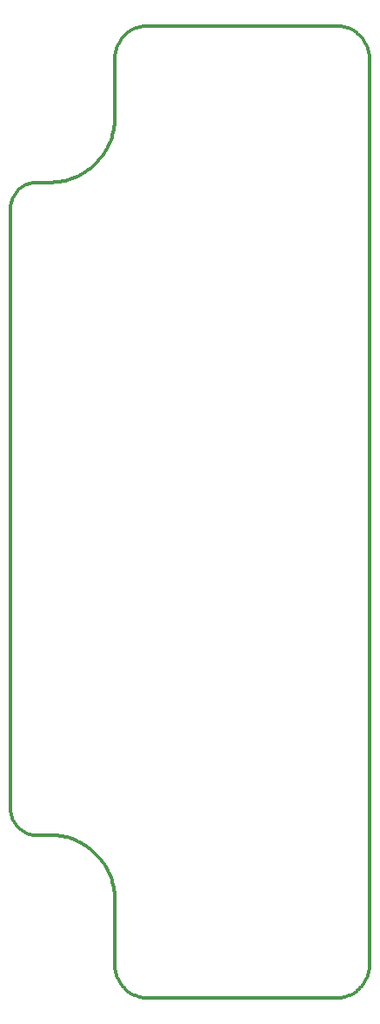
<source format=gko>
G75*
%MOIN*%
%OFA0B0*%
%FSLAX24Y24*%
%IPPOS*%
%LPD*%
%AMOC8*
5,1,8,0,0,1.08239X$1,22.5*
%
%ADD10C,0.0120*%
D10*
X004185Y003930D02*
X004183Y004028D01*
X004177Y004126D01*
X004168Y004224D01*
X004154Y004321D01*
X004137Y004418D01*
X004116Y004514D01*
X004091Y004609D01*
X004063Y004703D01*
X004030Y004795D01*
X003995Y004887D01*
X003955Y004977D01*
X003913Y005065D01*
X003866Y005152D01*
X003817Y005236D01*
X003764Y005319D01*
X003708Y005399D01*
X003648Y005478D01*
X003586Y005554D01*
X003521Y005627D01*
X003453Y005698D01*
X003382Y005766D01*
X003309Y005831D01*
X003233Y005893D01*
X003154Y005953D01*
X003074Y006009D01*
X002991Y006062D01*
X002907Y006111D01*
X002820Y006158D01*
X002732Y006200D01*
X002642Y006240D01*
X002550Y006275D01*
X002458Y006308D01*
X002364Y006336D01*
X002269Y006361D01*
X002173Y006382D01*
X002076Y006399D01*
X001979Y006413D01*
X001881Y006422D01*
X001783Y006428D01*
X001685Y006430D01*
X001435Y006430D01*
X001373Y006418D01*
X001310Y006410D01*
X001247Y006406D01*
X001183Y006405D01*
X001120Y006409D01*
X001057Y006416D01*
X000995Y006428D01*
X000934Y006443D01*
X000873Y006462D01*
X000814Y006485D01*
X000756Y006511D01*
X000700Y006541D01*
X000647Y006574D01*
X000595Y006610D01*
X000545Y006650D01*
X000498Y006692D01*
X000454Y006738D01*
X000413Y006786D01*
X000375Y006836D01*
X000339Y006889D01*
X000308Y006944D01*
X000279Y007000D01*
X000255Y007059D01*
X000234Y007118D01*
X000216Y007179D01*
X000203Y007241D01*
X000193Y007304D01*
X000187Y007367D01*
X000185Y007430D01*
X000185Y030430D01*
X000187Y030490D01*
X000192Y030551D01*
X000201Y030610D01*
X000214Y030669D01*
X000230Y030728D01*
X000250Y030785D01*
X000273Y030840D01*
X000300Y030895D01*
X000329Y030947D01*
X000362Y030998D01*
X000398Y031047D01*
X000436Y031093D01*
X000478Y031137D01*
X000522Y031179D01*
X000568Y031217D01*
X000617Y031253D01*
X000668Y031286D01*
X000720Y031315D01*
X000775Y031342D01*
X000830Y031365D01*
X000887Y031385D01*
X000946Y031401D01*
X001005Y031414D01*
X001064Y031423D01*
X001125Y031428D01*
X001185Y031430D01*
X001685Y031430D01*
X001783Y031432D01*
X001881Y031438D01*
X001979Y031447D01*
X002076Y031461D01*
X002173Y031478D01*
X002269Y031499D01*
X002364Y031524D01*
X002458Y031552D01*
X002550Y031585D01*
X002642Y031620D01*
X002732Y031660D01*
X002820Y031702D01*
X002907Y031749D01*
X002991Y031798D01*
X003074Y031851D01*
X003154Y031907D01*
X003233Y031967D01*
X003309Y032029D01*
X003382Y032094D01*
X003453Y032162D01*
X003521Y032233D01*
X003586Y032306D01*
X003648Y032382D01*
X003708Y032461D01*
X003764Y032541D01*
X003817Y032624D01*
X003866Y032708D01*
X003913Y032795D01*
X003955Y032883D01*
X003995Y032973D01*
X004030Y033065D01*
X004063Y033157D01*
X004091Y033251D01*
X004116Y033346D01*
X004137Y033442D01*
X004154Y033539D01*
X004168Y033636D01*
X004177Y033734D01*
X004183Y033832D01*
X004185Y033930D01*
X004185Y036180D01*
X004187Y036248D01*
X004192Y036315D01*
X004201Y036382D01*
X004214Y036449D01*
X004231Y036514D01*
X004250Y036579D01*
X004274Y036643D01*
X004301Y036705D01*
X004331Y036766D01*
X004364Y036824D01*
X004400Y036881D01*
X004440Y036936D01*
X004482Y036989D01*
X004528Y037040D01*
X004575Y037087D01*
X004626Y037133D01*
X004679Y037175D01*
X004734Y037215D01*
X004791Y037251D01*
X004849Y037284D01*
X004910Y037314D01*
X004972Y037341D01*
X005036Y037365D01*
X005101Y037384D01*
X005166Y037401D01*
X005233Y037414D01*
X005300Y037423D01*
X005367Y037428D01*
X005435Y037430D01*
X012685Y037430D01*
X012753Y037428D01*
X012820Y037423D01*
X012887Y037414D01*
X012954Y037401D01*
X013019Y037384D01*
X013084Y037365D01*
X013148Y037341D01*
X013210Y037314D01*
X013271Y037284D01*
X013329Y037251D01*
X013386Y037215D01*
X013441Y037175D01*
X013494Y037133D01*
X013545Y037087D01*
X013592Y037040D01*
X013638Y036989D01*
X013680Y036936D01*
X013720Y036881D01*
X013756Y036824D01*
X013789Y036766D01*
X013819Y036705D01*
X013846Y036643D01*
X013870Y036579D01*
X013889Y036514D01*
X013906Y036449D01*
X013919Y036382D01*
X013928Y036315D01*
X013933Y036248D01*
X013935Y036180D01*
X013935Y001430D01*
X013933Y001362D01*
X013928Y001295D01*
X013919Y001228D01*
X013906Y001161D01*
X013889Y001096D01*
X013870Y001031D01*
X013846Y000967D01*
X013819Y000905D01*
X013789Y000844D01*
X013756Y000786D01*
X013720Y000729D01*
X013680Y000674D01*
X013638Y000621D01*
X013592Y000570D01*
X013545Y000523D01*
X013494Y000477D01*
X013441Y000435D01*
X013386Y000395D01*
X013329Y000359D01*
X013271Y000326D01*
X013210Y000296D01*
X013148Y000269D01*
X013084Y000245D01*
X013019Y000226D01*
X012954Y000209D01*
X012887Y000196D01*
X012820Y000187D01*
X012753Y000182D01*
X012685Y000180D01*
X005435Y000180D01*
X005367Y000182D01*
X005300Y000187D01*
X005233Y000196D01*
X005166Y000209D01*
X005101Y000226D01*
X005036Y000245D01*
X004972Y000269D01*
X004910Y000296D01*
X004849Y000326D01*
X004791Y000359D01*
X004734Y000395D01*
X004679Y000435D01*
X004626Y000477D01*
X004575Y000523D01*
X004528Y000570D01*
X004482Y000621D01*
X004440Y000674D01*
X004400Y000729D01*
X004364Y000786D01*
X004331Y000844D01*
X004301Y000905D01*
X004274Y000967D01*
X004250Y001031D01*
X004231Y001096D01*
X004214Y001161D01*
X004201Y001228D01*
X004192Y001295D01*
X004187Y001362D01*
X004185Y001430D01*
X004185Y003930D01*
M02*

</source>
